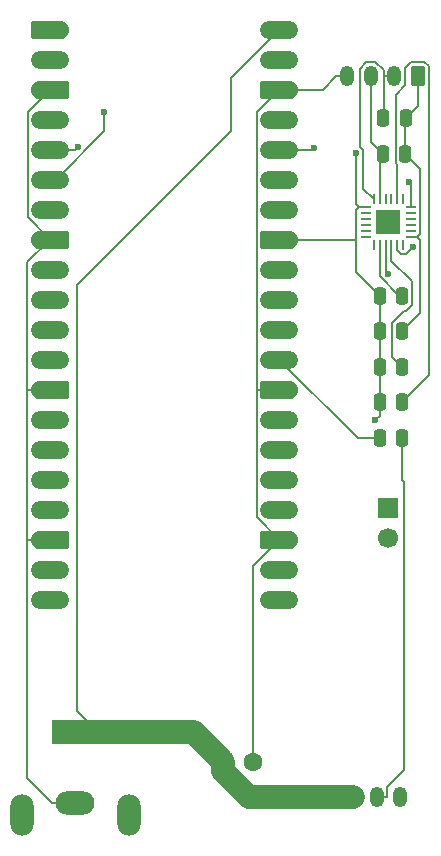
<source format=gbr>
%TF.GenerationSoftware,KiCad,Pcbnew,9.0.6-9.0.6~ubuntu22.04.1*%
%TF.CreationDate,2025-11-25T00:54:20+02:00*%
%TF.ProjectId,pico,7069636f-2e6b-4696-9361-645f70636258,1*%
%TF.SameCoordinates,Original*%
%TF.FileFunction,Copper,L1,Top*%
%TF.FilePolarity,Positive*%
%FSLAX46Y46*%
G04 Gerber Fmt 4.6, Leading zero omitted, Abs format (unit mm)*
G04 Created by KiCad (PCBNEW 9.0.6-9.0.6~ubuntu22.04.1) date 2025-11-25 00:54:20*
%MOMM*%
%LPD*%
G01*
G04 APERTURE LIST*
G04 Aperture macros list*
%AMRoundRect*
0 Rectangle with rounded corners*
0 $1 Rounding radius*
0 $2 $3 $4 $5 $6 $7 $8 $9 X,Y pos of 4 corners*
0 Add a 4 corners polygon primitive as box body*
4,1,4,$2,$3,$4,$5,$6,$7,$8,$9,$2,$3,0*
0 Add four circle primitives for the rounded corners*
1,1,$1+$1,$2,$3*
1,1,$1+$1,$4,$5*
1,1,$1+$1,$6,$7*
1,1,$1+$1,$8,$9*
0 Add four rect primitives between the rounded corners*
20,1,$1+$1,$2,$3,$4,$5,0*
20,1,$1+$1,$4,$5,$6,$7,0*
20,1,$1+$1,$6,$7,$8,$9,0*
20,1,$1+$1,$8,$9,$2,$3,0*%
%AMFreePoly0*
4,1,37,0.800000,0.796148,0.878414,0.796148,1.032228,0.765552,1.177117,0.705537,1.307515,0.618408,1.418408,0.507515,1.505537,0.377117,1.565552,0.232228,1.596148,0.078414,1.596148,-0.078414,1.565552,-0.232228,1.505537,-0.377117,1.418408,-0.507515,1.307515,-0.618408,1.177117,-0.705537,1.032228,-0.765552,0.878414,-0.796148,0.800000,-0.796148,0.800000,-0.800000,-1.400000,-0.800000,
-1.403843,-0.796157,-1.439018,-0.796157,-1.511114,-0.766294,-1.566294,-0.711114,-1.596157,-0.639018,-1.596157,-0.603843,-1.600000,-0.600000,-1.600000,0.600000,-1.596157,0.603843,-1.596157,0.639018,-1.566294,0.711114,-1.511114,0.766294,-1.439018,0.796157,-1.403843,0.796157,-1.400000,0.800000,0.800000,0.800000,0.800000,0.796148,0.800000,0.796148,$1*%
%AMFreePoly1*
4,1,37,1.403843,0.796157,1.439018,0.796157,1.511114,0.766294,1.566294,0.711114,1.596157,0.639018,1.596157,0.603843,1.600000,0.600000,1.600000,-0.600000,1.596157,-0.603843,1.596157,-0.639018,1.566294,-0.711114,1.511114,-0.766294,1.439018,-0.796157,1.403843,-0.796157,1.400000,-0.800000,-0.800000,-0.800000,-0.800000,-0.796148,-0.878414,-0.796148,-1.032228,-0.765552,-1.177117,-0.705537,
-1.307515,-0.618408,-1.418408,-0.507515,-1.505537,-0.377117,-1.565552,-0.232228,-1.596148,-0.078414,-1.596148,0.078414,-1.565552,0.232228,-1.505537,0.377117,-1.418408,0.507515,-1.307515,0.618408,-1.177117,0.705537,-1.032228,0.765552,-0.878414,0.796148,-0.800000,0.796148,-0.800000,0.800000,1.400000,0.800000,1.403843,0.796157,1.403843,0.796157,$1*%
G04 Aperture macros list end*
%TA.AperFunction,ComponentPad*%
%ADD10RoundRect,0.250000X-0.550000X-0.550000X0.550000X-0.550000X0.550000X0.550000X-0.550000X0.550000X0*%
%TD*%
%TA.AperFunction,ComponentPad*%
%ADD11C,1.600000*%
%TD*%
%TA.AperFunction,ComponentPad*%
%ADD12C,1.700000*%
%TD*%
%TA.AperFunction,ComponentPad*%
%ADD13R,1.700000X1.700000*%
%TD*%
%TA.AperFunction,SMDPad,CuDef*%
%ADD14RoundRect,0.250000X0.250000X0.475000X-0.250000X0.475000X-0.250000X-0.475000X0.250000X-0.475000X0*%
%TD*%
%TA.AperFunction,ComponentPad*%
%ADD15RoundRect,0.250000X0.350000X0.625000X-0.350000X0.625000X-0.350000X-0.625000X0.350000X-0.625000X0*%
%TD*%
%TA.AperFunction,ComponentPad*%
%ADD16O,1.200000X1.750000*%
%TD*%
%TA.AperFunction,ComponentPad*%
%ADD17RoundRect,0.250000X-0.350000X-0.625000X0.350000X-0.625000X0.350000X0.625000X-0.350000X0.625000X0*%
%TD*%
%TA.AperFunction,SMDPad,CuDef*%
%ADD18FreePoly0,0.000000*%
%TD*%
%TA.AperFunction,SMDPad,CuDef*%
%ADD19RoundRect,0.800000X-0.800000X-0.000010X0.800000X-0.000010X0.800000X0.000010X-0.800000X0.000010X0*%
%TD*%
%TA.AperFunction,SMDPad,CuDef*%
%ADD20FreePoly1,0.000000*%
%TD*%
%TA.AperFunction,SMDPad,CuDef*%
%ADD21RoundRect,0.250000X-0.250000X-0.475000X0.250000X-0.475000X0.250000X0.475000X-0.250000X0.475000X0*%
%TD*%
%TA.AperFunction,SMDPad,CuDef*%
%ADD22RoundRect,0.062500X-0.375000X-0.062500X0.375000X-0.062500X0.375000X0.062500X-0.375000X0.062500X0*%
%TD*%
%TA.AperFunction,SMDPad,CuDef*%
%ADD23RoundRect,0.062500X-0.062500X-0.375000X0.062500X-0.375000X0.062500X0.375000X-0.062500X0.375000X0*%
%TD*%
%TA.AperFunction,HeatsinkPad*%
%ADD24R,2.100000X2.100000*%
%TD*%
%TA.AperFunction,ComponentPad*%
%ADD25R,4.000000X2.000000*%
%TD*%
%TA.AperFunction,ComponentPad*%
%ADD26O,3.300000X2.000000*%
%TD*%
%TA.AperFunction,ComponentPad*%
%ADD27O,2.000000X3.500000*%
%TD*%
%TA.AperFunction,ViaPad*%
%ADD28C,0.600000*%
%TD*%
%TA.AperFunction,Conductor*%
%ADD29C,0.200000*%
%TD*%
%TA.AperFunction,Conductor*%
%ADD30C,2.000000*%
%TD*%
G04 APERTURE END LIST*
D10*
%TO.P,C6,1*%
%TO.N,Net-(A1-VBUS)*%
X120000000Y-115000000D03*
D11*
%TO.P,C6,2*%
%TO.N,Net-(J2-Pin_3)*%
X122500000Y-115000000D03*
%TD*%
D12*
%TO.P,J4,2,Pin_2*%
%TO.N,GNDREF*%
X134000000Y-96040000D03*
D13*
%TO.P,J4,1,Pin_1*%
%TO.N,Net-(J4-Pin_1)*%
X134000000Y-93500000D03*
%TD*%
D14*
%TO.P,R3,1*%
%TO.N,3.3VDC*%
X135450000Y-60500000D03*
%TO.P,R3,2*%
%TO.N,Net-(A1-GPIO4)*%
X133550000Y-60500000D03*
%TD*%
%TO.P,R2,1*%
%TO.N,3.3VDC*%
X135400000Y-63500000D03*
%TO.P,R2,2*%
%TO.N,Net-(A1-GPIO3)*%
X133500000Y-63500000D03*
%TD*%
D15*
%TO.P,J3,1,Pin_1*%
%TO.N,3.3VDC*%
X136500000Y-56950000D03*
D16*
%TO.P,J3,2,Pin_2*%
%TO.N,Net-(A1-GPIO4)*%
X134500000Y-56950000D03*
%TO.P,J3,3,Pin_3*%
%TO.N,Net-(A1-GPIO3)*%
X132500000Y-56950000D03*
%TO.P,J3,4,Pin_4*%
%TO.N,Net-(J2-Pin_3)*%
X130500000Y-56950000D03*
%TD*%
D17*
%TO.P,J2,1,Pin_1*%
%TO.N,Net-(A1-VBUS)*%
X131000000Y-118000000D03*
D16*
%TO.P,J2,2,Pin_2*%
%TO.N,Net-(J2-Pin_2)*%
X133000000Y-118000000D03*
%TO.P,J2,3,Pin_3*%
%TO.N,Net-(J2-Pin_3)*%
X135000000Y-118000000D03*
%TD*%
D18*
%TO.P,A1,1,GPIO0*%
%TO.N,unconnected-(A1-GPIO0-Pad1)*%
X105385000Y-53000000D03*
D19*
%TO.P,A1,2,GPIO1*%
%TO.N,unconnected-(A1-GPIO1-Pad2)*%
X105385000Y-55540000D03*
D20*
%TO.P,A1,3,GND*%
%TO.N,Net-(J2-Pin_3)*%
X105385000Y-58080000D03*
D19*
%TO.P,A1,4,GPIO2*%
%TO.N,unconnected-(A1-GPIO2-Pad4)*%
X105385000Y-60620000D03*
%TO.P,A1,5,GPIO3*%
%TO.N,Net-(A1-GPIO3)*%
X105385000Y-63160000D03*
%TO.P,A1,6,GPIO4*%
%TO.N,Net-(A1-GPIO4)*%
X105385000Y-65700000D03*
%TO.P,A1,7,GPIO5*%
%TO.N,unconnected-(A1-GPIO5-Pad7)*%
X105385000Y-68240000D03*
D20*
%TO.P,A1,8,GND*%
%TO.N,Net-(J2-Pin_3)*%
X105385000Y-70780000D03*
D19*
%TO.P,A1,9,GPIO6*%
%TO.N,unconnected-(A1-GPIO6-Pad9)*%
X105385000Y-73320000D03*
%TO.P,A1,10,GPIO7*%
%TO.N,unconnected-(A1-GPIO7-Pad10)*%
X105385000Y-75860000D03*
%TO.P,A1,11,GPIO8*%
%TO.N,unconnected-(A1-GPIO8-Pad11)*%
X105385000Y-78400000D03*
%TO.P,A1,12,GPIO9*%
%TO.N,unconnected-(A1-GPIO9-Pad12)*%
X105385000Y-80940000D03*
D20*
%TO.P,A1,13,GND*%
%TO.N,Net-(J2-Pin_3)*%
X105385000Y-83480000D03*
D19*
%TO.P,A1,14,GPIO10*%
%TO.N,unconnected-(A1-GPIO10-Pad14)*%
X105385000Y-86020000D03*
%TO.P,A1,15,GPIO11*%
%TO.N,unconnected-(A1-GPIO11-Pad15)*%
X105385000Y-88560000D03*
%TO.P,A1,16,GPIO12*%
%TO.N,unconnected-(A1-GPIO12-Pad16)*%
X105385000Y-91100000D03*
%TO.P,A1,17,GPIO13*%
%TO.N,unconnected-(A1-GPIO13-Pad17)*%
X105385000Y-93640000D03*
D20*
%TO.P,A1,18,GND*%
%TO.N,Net-(J2-Pin_3)*%
X105385000Y-96180000D03*
D19*
%TO.P,A1,19,GPIO14*%
%TO.N,unconnected-(A1-GPIO14-Pad19)*%
X105385000Y-98720000D03*
%TO.P,A1,20,GPIO15*%
%TO.N,unconnected-(A1-GPIO15-Pad20)*%
X105385000Y-101260000D03*
%TO.P,A1,21,GPIO16*%
%TO.N,unconnected-(A1-GPIO16-Pad21)*%
X124765000Y-101260000D03*
%TO.P,A1,22,GPIO17*%
%TO.N,unconnected-(A1-GPIO17-Pad22)*%
X124765000Y-98720000D03*
D18*
%TO.P,A1,23,GND*%
%TO.N,Net-(J2-Pin_3)*%
X124765000Y-96180000D03*
D19*
%TO.P,A1,24,GPIO18*%
%TO.N,unconnected-(A1-GPIO18-Pad24)*%
X124765000Y-93640000D03*
%TO.P,A1,25,GPIO19*%
%TO.N,unconnected-(A1-GPIO19-Pad25)*%
X124765000Y-91100000D03*
%TO.P,A1,26,GPIO20*%
%TO.N,unconnected-(A1-GPIO20-Pad26)*%
X124765000Y-88560000D03*
%TO.P,A1,27,GPIO21*%
%TO.N,unconnected-(A1-GPIO21-Pad27)*%
X124765000Y-86020000D03*
D18*
%TO.P,A1,28,GND*%
%TO.N,Net-(J2-Pin_3)*%
X124765000Y-83480000D03*
D19*
%TO.P,A1,29,GPIO22*%
%TO.N,Net-(A1-GPIO22)*%
X124765000Y-80940000D03*
%TO.P,A1,30,RUN*%
%TO.N,unconnected-(A1-RUN-Pad30)*%
X124765000Y-78400000D03*
%TO.P,A1,31,GPIO26_ADC0*%
%TO.N,unconnected-(A1-GPIO26_ADC0-Pad31)*%
X124765000Y-75860000D03*
%TO.P,A1,32,GPIO27_ADC1*%
%TO.N,unconnected-(A1-GPIO27_ADC1-Pad32)*%
X124765000Y-73320000D03*
D18*
%TO.P,A1,33,AGND*%
%TO.N,GNDREF*%
X124765000Y-70780000D03*
D19*
%TO.P,A1,34,GPIO28_ADC2*%
%TO.N,unconnected-(A1-GPIO28_ADC2-Pad34)*%
X124765000Y-68240000D03*
%TO.P,A1,35,ADC_VREF*%
%TO.N,unconnected-(A1-ADC_VREF-Pad35)*%
X124765000Y-65700000D03*
%TO.P,A1,36,3V3*%
%TO.N,3.3VDC*%
X124765000Y-63160000D03*
%TO.P,A1,37,3V3_EN*%
%TO.N,unconnected-(A1-3V3_EN-Pad37)*%
X124765000Y-60620000D03*
D18*
%TO.P,A1,38,GND*%
%TO.N,Net-(J2-Pin_3)*%
X124765000Y-58080000D03*
D19*
%TO.P,A1,39,VSYS*%
%TO.N,unconnected-(A1-VSYS-Pad39)*%
X124765000Y-55540000D03*
%TO.P,A1,40,VBUS*%
%TO.N,Net-(A1-VBUS)*%
X124765000Y-53000000D03*
%TD*%
D21*
%TO.P,R1,1*%
%TO.N,Net-(A1-GPIO22)*%
X133250000Y-87587500D03*
%TO.P,R1,2*%
%TO.N,Net-(J2-Pin_2)*%
X135150000Y-87587500D03*
%TD*%
%TO.P,C2,1*%
%TO.N,GNDREF*%
X133250000Y-78557500D03*
%TO.P,C2,2*%
%TO.N,3.3VDC*%
X135150000Y-78557500D03*
%TD*%
%TO.P,C4,1*%
%TO.N,GNDREF*%
X133250000Y-84577500D03*
%TO.P,C4,2*%
%TO.N,Net-(U1-CPOUT)*%
X135150000Y-84577500D03*
%TD*%
D22*
%TO.P,U1,1,CLKIN*%
%TO.N,GNDREF*%
X132062500Y-68050000D03*
%TO.P,U1,2,NC*%
%TO.N,unconnected-(U1-NC-Pad2)*%
X132062500Y-68550000D03*
%TO.P,U1,3,NC*%
%TO.N,unconnected-(U1-NC-Pad3)*%
X132062500Y-69050000D03*
%TO.P,U1,4,NC*%
%TO.N,unconnected-(U1-NC-Pad4)*%
X132062500Y-69550000D03*
%TO.P,U1,5,NC*%
%TO.N,unconnected-(U1-NC-Pad5)*%
X132062500Y-70050000D03*
%TO.P,U1,6,AUX_DA*%
%TO.N,unconnected-(U1-AUX_DA-Pad6)*%
X132062500Y-70550000D03*
D23*
%TO.P,U1,7,AUX_CL*%
%TO.N,unconnected-(U1-AUX_CL-Pad7)*%
X132750000Y-71237500D03*
%TO.P,U1,8,VLOGIC*%
%TO.N,Net-(U1-VLOGIC)*%
X133250000Y-71237500D03*
%TO.P,U1,9,AD0*%
%TO.N,Net-(J4-Pin_1)*%
X133750000Y-71237500D03*
%TO.P,U1,10,REGOUT*%
%TO.N,Net-(U1-REGOUT)*%
X134250000Y-71237500D03*
%TO.P,U1,11,FSYNC*%
%TO.N,GNDREF*%
X134750000Y-71237500D03*
%TO.P,U1,12,INT*%
%TO.N,unconnected-(U1-INT-Pad12)*%
X135250000Y-71237500D03*
D22*
%TO.P,U1,13,VDD*%
%TO.N,3.3VDC*%
X135937500Y-70550000D03*
%TO.P,U1,14,NC*%
%TO.N,unconnected-(U1-NC-Pad14)*%
X135937500Y-70050000D03*
%TO.P,U1,15,NC*%
%TO.N,unconnected-(U1-NC-Pad15)*%
X135937500Y-69550000D03*
%TO.P,U1,16,NC*%
%TO.N,unconnected-(U1-NC-Pad16)*%
X135937500Y-69050000D03*
%TO.P,U1,17,NC*%
%TO.N,unconnected-(U1-NC-Pad17)*%
X135937500Y-68550000D03*
%TO.P,U1,18,GND*%
%TO.N,GNDREF*%
X135937500Y-68050000D03*
D23*
%TO.P,U1,19,RESV*%
%TO.N,unconnected-(U1-RESV-Pad19)*%
X135250000Y-67362500D03*
%TO.P,U1,20,CPOUT*%
%TO.N,Net-(U1-CPOUT)*%
X134750000Y-67362500D03*
%TO.P,U1,21,RESV*%
%TO.N,unconnected-(U1-RESV-Pad21)*%
X134250000Y-67362500D03*
%TO.P,U1,22,RESV*%
%TO.N,unconnected-(U1-RESV-Pad22)*%
X133750000Y-67362500D03*
%TO.P,U1,23,SCL*%
%TO.N,Net-(A1-GPIO3)*%
X133250000Y-67362500D03*
%TO.P,U1,24,SDA*%
%TO.N,Net-(A1-GPIO4)*%
X132750000Y-67362500D03*
D24*
%TO.P,U1,25*%
%TO.N,N/C*%
X134000000Y-69300000D03*
%TD*%
D21*
%TO.P,C1,1*%
%TO.N,GNDREF*%
X133250000Y-75547500D03*
%TO.P,C1,2*%
%TO.N,Net-(U1-VLOGIC)*%
X135150000Y-75547500D03*
%TD*%
%TO.P,C3,1*%
%TO.N,GNDREF*%
X133250000Y-81567500D03*
%TO.P,C3,2*%
%TO.N,Net-(U1-REGOUT)*%
X135150000Y-81567500D03*
%TD*%
D25*
%TO.P,J1,1*%
%TO.N,Net-(A1-VBUS)*%
X107500000Y-112500000D03*
D26*
%TO.P,J1,2*%
%TO.N,Net-(J2-Pin_3)*%
X107500000Y-118500000D03*
D27*
%TO.P,J1,MP,MountPin*%
%TO.N,unconnected-(J1-MountPin-PadMP)*%
X103000000Y-119500000D03*
X112000000Y-119500000D03*
%TD*%
D28*
%TO.N,Net-(J4-Pin_1)*%
X133924700Y-73718200D03*
%TO.N,Net-(A1-GPIO3)*%
X107751300Y-62906400D03*
%TO.N,3.3VDC*%
X127659900Y-63074800D03*
%TO.N,Net-(A1-GPIO4)*%
X109950300Y-60016000D03*
%TO.N,GNDREF*%
X132853100Y-86082500D03*
X135723600Y-65881700D03*
X131253200Y-63452400D03*
X136087600Y-71410200D03*
%TD*%
D29*
%TO.N,Net-(J2-Pin_2)*%
X133000000Y-118000000D02*
X133901700Y-118000000D01*
X135318000Y-115682000D02*
X135318000Y-91277500D01*
X133901700Y-117098300D02*
X135318000Y-115682000D01*
X133901700Y-118000000D02*
X133901700Y-117098300D01*
X135318000Y-91277500D02*
X135153200Y-91112700D01*
X135318000Y-91277500D02*
X135153200Y-91112700D01*
X135153200Y-87590700D02*
X135150000Y-87587500D01*
X135153200Y-91112700D02*
X135153200Y-87590700D01*
%TO.N,Net-(J2-Pin_3)*%
X103480300Y-68875300D02*
X105385000Y-70780000D01*
X103480300Y-59984700D02*
X103480300Y-68875300D01*
X105385000Y-58080000D02*
X103480300Y-59984700D01*
X103437900Y-72727100D02*
X103437900Y-83480000D01*
X105385000Y-70780000D02*
X103437900Y-72727100D01*
X105385000Y-83480000D02*
X103437900Y-83480000D01*
X128468300Y-58080000D02*
X129598300Y-56950000D01*
X124765000Y-58080000D02*
X128468300Y-58080000D01*
X130500000Y-56950000D02*
X129598300Y-56950000D01*
X107500000Y-118500000D02*
X105548300Y-118500000D01*
X103437900Y-96180000D02*
X105385000Y-96180000D01*
X103437900Y-83480000D02*
X103437900Y-96180000D01*
X103437900Y-116389600D02*
X105548300Y-118500000D01*
X103437900Y-96180000D02*
X103437900Y-116389600D01*
X122860300Y-59984700D02*
X122860300Y-83480000D01*
X124765000Y-58080000D02*
X122860300Y-59984700D01*
X122500000Y-98445000D02*
X124765000Y-96180000D01*
X122500000Y-115000000D02*
X122500000Y-98445000D01*
X122860300Y-83480000D02*
X124765000Y-83480000D01*
X122860300Y-94275300D02*
X124765000Y-96180000D01*
X122860300Y-83480000D02*
X122860300Y-94275300D01*
%TO.N,Net-(U1-VLOGIC)*%
X134903200Y-75547500D02*
X135150000Y-75547500D01*
X133250000Y-73894300D02*
X134903200Y-75547500D01*
X133250000Y-71237500D02*
X133250000Y-73894300D01*
%TO.N,Net-(U1-CPOUT)*%
X137438000Y-82289500D02*
X135150000Y-84577500D01*
X137438000Y-56120900D02*
X137438000Y-82289500D01*
X137043100Y-55726000D02*
X137438000Y-56120900D01*
X135926400Y-55726000D02*
X137043100Y-55726000D01*
X135431700Y-56220700D02*
X135926400Y-55726000D01*
X135431700Y-57694300D02*
X135431700Y-56220700D01*
X134597300Y-58528700D02*
X135431700Y-57694300D01*
X134597300Y-64324500D02*
X134597300Y-58528700D01*
X134750000Y-64477200D02*
X134597300Y-64324500D01*
X134750000Y-67362500D02*
X134750000Y-64477200D01*
%TO.N,Net-(U1-REGOUT)*%
X134250000Y-72569100D02*
X134250000Y-71237500D01*
X135978800Y-74297900D02*
X134250000Y-72569100D01*
X135978800Y-76297100D02*
X135978800Y-74297900D01*
X135456700Y-76819200D02*
X135978800Y-76297100D01*
X135324800Y-76819200D02*
X135456700Y-76819200D01*
X134297400Y-77846600D02*
X135324800Y-76819200D01*
X134297400Y-80714900D02*
X134297400Y-77846600D01*
X135150000Y-81567500D02*
X134297400Y-80714900D01*
%TO.N,Net-(J4-Pin_1)*%
X133750000Y-73543500D02*
X133750000Y-71237500D01*
X133924700Y-73718200D02*
X133750000Y-73543500D01*
X133924700Y-73718200D02*
X133859200Y-73652700D01*
X133859200Y-73652700D02*
X133924700Y-73718200D01*
%TO.N,Net-(A1-GPIO22)*%
X131412500Y-87587500D02*
X133250000Y-87587500D01*
X124765000Y-80940000D02*
X131412500Y-87587500D01*
%TO.N,Net-(A1-GPIO3)*%
X133250000Y-63750000D02*
X133500000Y-63500000D01*
X133250000Y-67362500D02*
X133250000Y-63750000D01*
X107497700Y-63160000D02*
X107751300Y-62906400D01*
X105385000Y-63160000D02*
X107497700Y-63160000D01*
X132500000Y-62500000D02*
X132500000Y-56950000D01*
X133500000Y-63500000D02*
X132500000Y-62500000D01*
D30*
%TO.N,Net-(A1-VBUS)*%
X122200000Y-118000000D02*
X131000000Y-118000000D01*
X120000000Y-115800000D02*
X122200000Y-118000000D01*
X120000000Y-115000000D02*
X120000000Y-115800000D01*
X107500000Y-112500000D02*
X109467500Y-112500000D01*
X117500000Y-112500000D02*
X120000000Y-115000000D01*
X109467500Y-112500000D02*
X117500000Y-112500000D01*
D29*
X120689100Y-57075900D02*
X124765000Y-53000000D01*
X120689100Y-61590000D02*
X120689100Y-57075900D01*
X107658400Y-74620700D02*
X120689100Y-61590000D01*
X107658400Y-110690900D02*
X107658400Y-74620700D01*
X109467500Y-112500000D02*
X107658400Y-110690900D01*
%TO.N,3.3VDC*%
X136500000Y-59450000D02*
X135450000Y-60500000D01*
X136500000Y-56950000D02*
X136500000Y-59450000D01*
X135400100Y-60549900D02*
X135450000Y-60500000D01*
X135400000Y-60549900D02*
X135400100Y-60549900D01*
X135400000Y-63500000D02*
X135400000Y-60549900D01*
X127574700Y-63160000D02*
X127659900Y-63074800D01*
X124765000Y-63160000D02*
X127574700Y-63160000D01*
X135937500Y-70550000D02*
X136379000Y-70550000D01*
X136689300Y-70819000D02*
X136420300Y-70550000D01*
X136689300Y-77018200D02*
X136689300Y-70819000D01*
X135150000Y-78557500D02*
X136689300Y-77018200D01*
X136379000Y-70550000D02*
X136420300Y-70550000D01*
X136697200Y-64797200D02*
X135400000Y-63500000D01*
X136697200Y-70273100D02*
X136697200Y-64797200D01*
X136420300Y-70550000D02*
X136697200Y-70273100D01*
%TO.N,Net-(A1-GPIO4)*%
X109950300Y-61630500D02*
X109950300Y-60016000D01*
X105880800Y-65700000D02*
X109950300Y-61630500D01*
X105385000Y-65700000D02*
X105880800Y-65700000D01*
X134500000Y-56950000D02*
X133598300Y-56950000D01*
X133598300Y-60451700D02*
X133598300Y-56950000D01*
X133550000Y-60500000D02*
X133598300Y-60451700D01*
X133598300Y-56463400D02*
X133598300Y-56950000D01*
X132865300Y-55730400D02*
X133598300Y-56463400D01*
X132139700Y-55730400D02*
X132865300Y-55730400D01*
X131568100Y-56302000D02*
X132139700Y-55730400D01*
X131568100Y-62916400D02*
X131568100Y-56302000D01*
X131854900Y-63203200D02*
X131568100Y-62916400D01*
X131854900Y-66467400D02*
X131854900Y-63203200D01*
X132750000Y-67362500D02*
X131854900Y-66467400D01*
%TO.N,GNDREF*%
X133250000Y-84577500D02*
X133250000Y-81567500D01*
X124765000Y-70780000D02*
X131271800Y-70780000D01*
X131271800Y-73569300D02*
X131271800Y-70780000D01*
X133250000Y-75547500D02*
X131271800Y-73569300D01*
X133250000Y-78557500D02*
X133250000Y-79587300D01*
X133250000Y-79587300D02*
X133250000Y-81567500D01*
X133250000Y-85685600D02*
X133250000Y-84577500D01*
X132853100Y-86082500D02*
X133250000Y-85685600D01*
X133250000Y-76173000D02*
X133250000Y-75547500D01*
X133250000Y-76214300D02*
X133250000Y-76173000D01*
X133250000Y-78557500D02*
X133250000Y-76636500D01*
X133250000Y-76255600D02*
X133250000Y-76214300D01*
X133250000Y-76636500D02*
X133250000Y-76616100D01*
X133250000Y-76616100D02*
X133250000Y-76255600D01*
X135937500Y-66095600D02*
X135723600Y-65881700D01*
X135937500Y-68050000D02*
X135937500Y-66095600D01*
X131271800Y-68320700D02*
X131542500Y-68050000D01*
X131271800Y-70780000D02*
X131271800Y-68320700D01*
X131253200Y-67760700D02*
X131542500Y-68050000D01*
X131253200Y-63452400D02*
X131253200Y-67760700D01*
X131542500Y-68050000D02*
X132062500Y-68050000D01*
X135520900Y-71976900D02*
X136087600Y-71410200D01*
X135022300Y-71976900D02*
X135520900Y-71976900D01*
X134750000Y-71704600D02*
X135022300Y-71976900D01*
X134750000Y-71237500D02*
X134750000Y-71704600D01*
X136087600Y-71410200D02*
X135910500Y-71587300D01*
X135910500Y-71587300D02*
X136087600Y-71410200D01*
%TD*%
M02*

</source>
